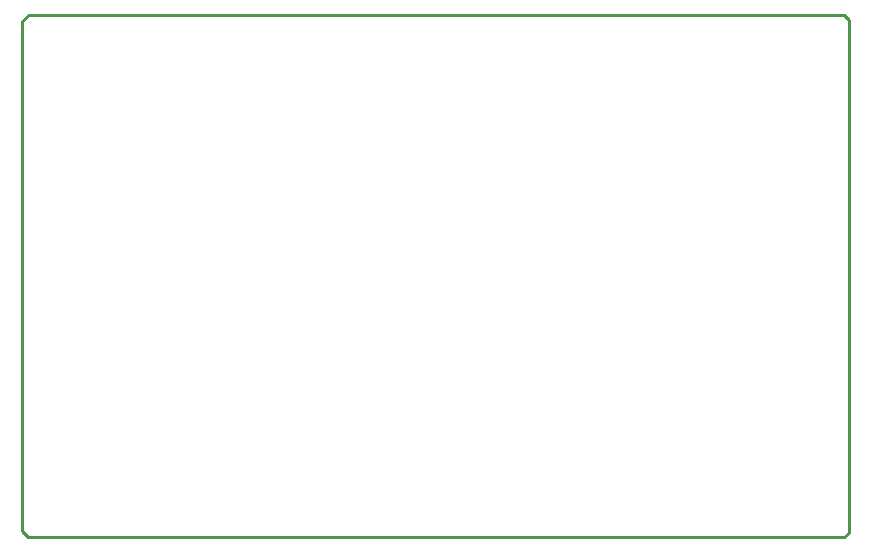
<source format=gbr>
G04 EAGLE Gerber RS-274X export*
G75*
%MOMM*%
%FSLAX34Y34*%
%LPD*%
%IN*%
%IPPOS*%
%AMOC8*
5,1,8,0,0,1.08239X$1,22.5*%
G01*
%ADD10C,0.254000*%


D10*
X0Y5080D02*
X5080Y0D01*
X695960Y0D01*
X700000Y4040D01*
X700000Y437920D01*
X695380Y442540D01*
X5660Y442540D01*
X0Y436880D01*
X0Y5080D01*
M02*

</source>
